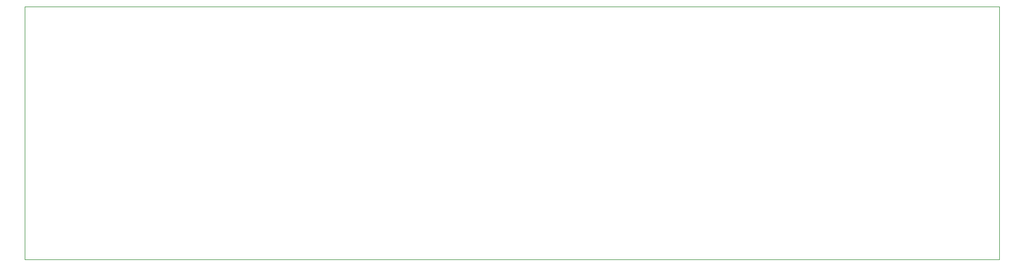
<source format=gbr>
%TF.GenerationSoftware,KiCad,Pcbnew,(5.1.9)-1*%
%TF.CreationDate,2021-04-24T21:51:37+02:00*%
%TF.ProjectId,Hoofdbord,486f6f66-6462-46f7-9264-2e6b69636164,rev?*%
%TF.SameCoordinates,Original*%
%TF.FileFunction,Profile,NP*%
%FSLAX46Y46*%
G04 Gerber Fmt 4.6, Leading zero omitted, Abs format (unit mm)*
G04 Created by KiCad (PCBNEW (5.1.9)-1) date 2021-04-24 21:51:37*
%MOMM*%
%LPD*%
G01*
G04 APERTURE LIST*
%TA.AperFunction,Profile*%
%ADD10C,0.100000*%
%TD*%
G04 APERTURE END LIST*
D10*
X240157000Y-55753000D02*
X240157000Y-94742000D01*
X90043000Y-55753000D02*
X240157000Y-55753000D01*
X90043000Y-94742000D02*
X90043000Y-55753000D01*
X240157000Y-94742000D02*
X90043000Y-94742000D01*
M02*

</source>
